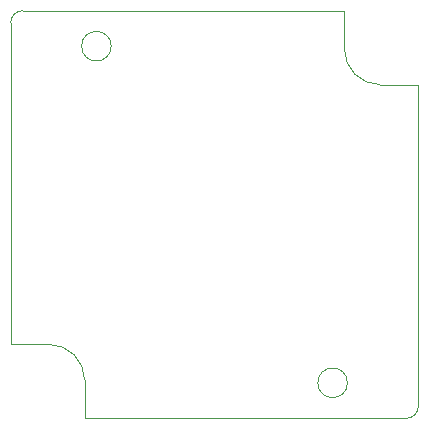
<source format=gbr>
%TF.GenerationSoftware,KiCad,Pcbnew,7.0.6-7.0.6~ubuntu22.04.1*%
%TF.CreationDate,2023-07-31T15:05:58-04:00*%
%TF.ProjectId,readout-box,72656164-6f75-4742-9d62-6f782e6b6963,rev?*%
%TF.SameCoordinates,Original*%
%TF.FileFunction,Profile,NP*%
%FSLAX46Y46*%
G04 Gerber Fmt 4.6, Leading zero omitted, Abs format (unit mm)*
G04 Created by KiCad (PCBNEW 7.0.6-7.0.6~ubuntu22.04.1) date 2023-07-31 15:05:58*
%MOMM*%
%LPD*%
G01*
G04 APERTURE LIST*
%TA.AperFunction,Profile*%
%ADD10C,0.090000*%
%TD*%
G04 APERTURE END LIST*
D10*
X76553000Y-68353000D02*
G75*
G03*
X77553000Y-67353000I0J1000000D01*
G01*
X76553000Y-68353000D02*
X49303000Y-68353000D01*
X44053000Y-33853000D02*
G75*
G03*
X43053000Y-34853000I0J-1000000D01*
G01*
X71303000Y-33853000D02*
X71303000Y-37103000D01*
X43053000Y-62103000D02*
X43053000Y-34853000D01*
X49303000Y-65103000D02*
G75*
G03*
X46303000Y-62103000I-3000000J0D01*
G01*
X46303000Y-62103000D02*
X43053000Y-62103000D01*
X51553000Y-36853000D02*
G75*
G03*
X51553000Y-36853000I-1250000J0D01*
G01*
X77553000Y-40103000D02*
X77553000Y-67353000D01*
X71553000Y-65353000D02*
G75*
G03*
X71553000Y-65353000I-1250000J0D01*
G01*
X44053000Y-33853000D02*
X71303000Y-33853000D01*
X74303000Y-40103000D02*
X77553000Y-40103000D01*
X71303000Y-37103000D02*
G75*
G03*
X74303000Y-40103000I3000000J0D01*
G01*
X49303000Y-68353000D02*
X49303000Y-65103000D01*
M02*

</source>
